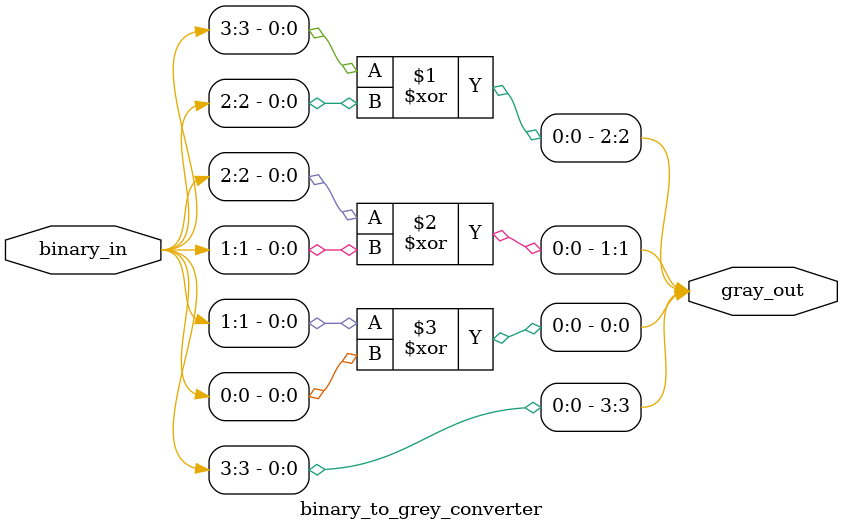
<source format=v>
`timescale 1ns / 1ps

module binary_to_grey_converter(input [3:0] binary_in, output [3:0] gray_out);

    assign gray_out[3] = binary_in[3];
    assign gray_out[2] = binary_in[3] ^ binary_in[2];
    assign gray_out[1] = binary_in[2] ^ binary_in[1];
    assign gray_out[0] = binary_in[1] ^ binary_in[0];

endmodule

</source>
